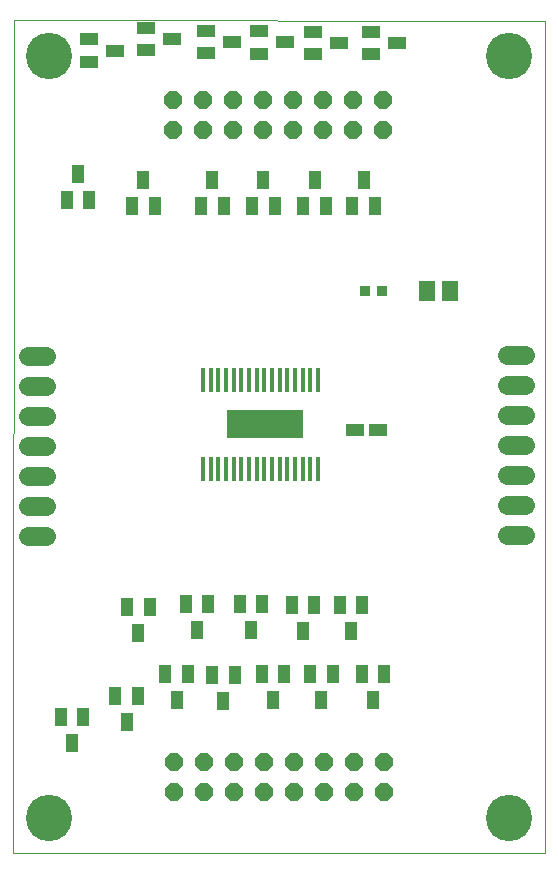
<source format=gts>
G75*
G70*
%OFA0B0*%
%FSLAX24Y24*%
%IPPOS*%
%LPD*%
%AMOC8*
5,1,8,0,0,1.08239X$1,22.5*
%
%ADD10C,0.0000*%
%ADD11OC8,0.0600*%
%ADD12R,0.0434X0.0591*%
%ADD13R,0.0591X0.0434*%
%ADD14C,0.0640*%
%ADD15R,0.0355X0.0355*%
%ADD16R,0.0552X0.0670*%
%ADD17R,0.0150X0.0820*%
%ADD18R,0.2540X0.0940*%
%ADD19C,0.0476*%
%ADD20R,0.0631X0.0434*%
%ADD21C,0.1542*%
D10*
X001415Y000100D02*
X001454Y027856D01*
X019132Y027844D01*
X019132Y000100D01*
X001415Y000100D01*
D11*
X006769Y002155D03*
X006769Y003155D03*
X007769Y003155D03*
X007769Y002155D03*
X008769Y002155D03*
X008769Y003155D03*
X009769Y003155D03*
X009769Y002155D03*
X010769Y002155D03*
X010769Y003155D03*
X011769Y003155D03*
X011769Y002155D03*
X012769Y002155D03*
X012769Y003155D03*
X013769Y003155D03*
X013769Y002155D03*
X013754Y024198D03*
X013754Y025198D03*
X012754Y025198D03*
X012754Y024198D03*
X011754Y024198D03*
X011754Y025198D03*
X010754Y025198D03*
X010754Y024198D03*
X009754Y024198D03*
X009754Y025198D03*
X008754Y025198D03*
X008754Y024198D03*
X007754Y024198D03*
X007754Y025198D03*
X006754Y025198D03*
X006754Y024198D03*
D12*
X005754Y022529D03*
X006128Y021663D03*
X005380Y021663D03*
X003946Y021860D03*
X003572Y022726D03*
X003198Y021860D03*
X007679Y021663D03*
X008427Y021663D03*
X008053Y022529D03*
X009380Y021671D03*
X009754Y022537D03*
X010128Y021671D03*
X011088Y021671D03*
X011462Y022537D03*
X011836Y021671D03*
X012718Y021671D03*
X013092Y022537D03*
X013466Y021671D03*
X013041Y008387D03*
X012667Y007521D03*
X012293Y008387D03*
X011443Y008387D03*
X011069Y007521D03*
X010694Y008387D03*
X009718Y008395D03*
X009344Y007529D03*
X008970Y008395D03*
X007911Y008395D03*
X007537Y007529D03*
X007163Y008395D03*
X005958Y008317D03*
X005584Y007450D03*
X005210Y008317D03*
X006482Y006072D03*
X006856Y005206D03*
X007230Y006072D03*
X008041Y006033D03*
X008415Y005167D03*
X008789Y006033D03*
X009706Y006072D03*
X010080Y005206D03*
X010454Y006072D03*
X011313Y006065D03*
X011687Y005198D03*
X012061Y006065D03*
X013029Y006065D03*
X013403Y005198D03*
X013777Y006065D03*
X005569Y005348D03*
X005194Y004482D03*
X004820Y005348D03*
X003746Y004639D03*
X003372Y003773D03*
X002998Y004639D03*
D13*
X003923Y026478D03*
X003923Y027226D03*
X004789Y026852D03*
X005852Y026856D03*
X005852Y027604D03*
X006718Y027230D03*
X007828Y027517D03*
X007828Y026769D03*
X008694Y027143D03*
X009600Y027502D03*
X009600Y026754D03*
X010466Y027128D03*
X011411Y027486D03*
X011411Y026738D03*
X012277Y027112D03*
X013348Y027478D03*
X013348Y026730D03*
X014214Y027104D03*
D14*
X017887Y016722D02*
X018487Y016722D01*
X018487Y015722D02*
X017887Y015722D01*
X017887Y014722D02*
X018487Y014722D01*
X018487Y013722D02*
X017887Y013722D01*
X017887Y012722D02*
X018487Y012722D01*
X018487Y011722D02*
X017887Y011722D01*
X017887Y010722D02*
X018487Y010722D01*
X002502Y010683D02*
X001902Y010683D01*
X001902Y011683D02*
X002502Y011683D01*
X002502Y012683D02*
X001902Y012683D01*
X001902Y013683D02*
X002502Y013683D01*
X002502Y014683D02*
X001902Y014683D01*
X001902Y015683D02*
X002502Y015683D01*
X002502Y016683D02*
X001902Y016683D01*
D15*
X013128Y018840D03*
X013718Y018840D03*
D16*
X015214Y018840D03*
X015962Y018840D03*
D17*
X011572Y015868D03*
X011317Y015868D03*
X011061Y015868D03*
X010805Y015868D03*
X010549Y015868D03*
X010293Y015868D03*
X010037Y015868D03*
X009781Y015868D03*
X009525Y015868D03*
X009269Y015868D03*
X009013Y015868D03*
X008757Y015868D03*
X008502Y015868D03*
X008246Y015868D03*
X007990Y015868D03*
X007734Y015868D03*
X007734Y012915D03*
X007990Y012915D03*
X008246Y012915D03*
X008502Y012915D03*
X008757Y012915D03*
X009013Y012915D03*
X009269Y012915D03*
X009525Y012915D03*
X009781Y012915D03*
X010037Y012915D03*
X010293Y012915D03*
X010549Y012915D03*
X010805Y012915D03*
X011061Y012915D03*
X011317Y012915D03*
X011572Y012915D03*
D18*
X009789Y014391D03*
D19*
X009446Y014194D03*
X009446Y014588D03*
X008856Y014588D03*
X008856Y014194D03*
X010037Y014194D03*
X010037Y014588D03*
X010628Y014588D03*
X010628Y014194D03*
D20*
X012817Y014194D03*
X013557Y014194D03*
D21*
X017950Y026675D03*
X002596Y026675D03*
X002596Y001281D03*
X017950Y001281D03*
M02*

</source>
